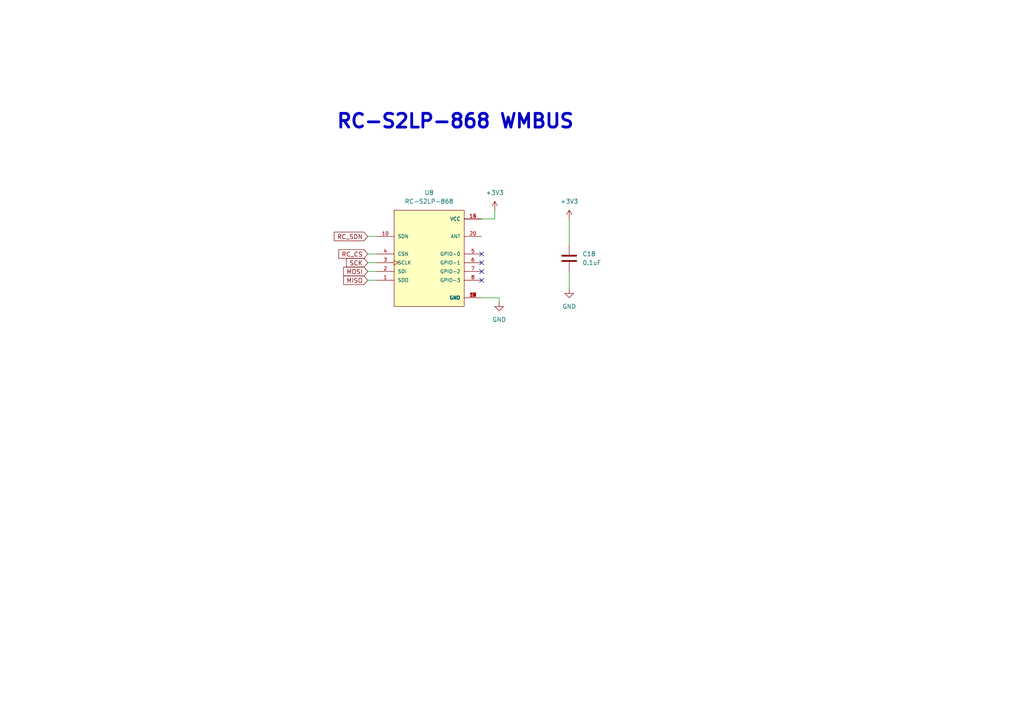
<source format=kicad_sch>
(kicad_sch
	(version 20231120)
	(generator "eeschema")
	(generator_version "8.0")
	(uuid "992ea0d1-428a-48b7-a85e-0a33a73f5599")
	(paper "A4")
	(title_block
		(title "IoT Gateway")
		(date "2024-10-15")
		(rev "v0.1.0")
		(company "Abstract Machines")
		(comment 1 "Designed By: Rodney Osodo")
		(comment 2 "Approved By: Jones Kisaka")
	)
	(lib_symbols
		(symbol "BeagleBone Capes:RC-S2LP-868"
			(pin_names
				(offset 1.016)
			)
			(exclude_from_sim no)
			(in_bom yes)
			(on_board yes)
			(property "Reference" "U"
				(at -10.16 16.002 0)
				(effects
					(font
						(size 1.27 1.27)
					)
					(justify left bottom)
				)
			)
			(property "Value" "RC-S2LP-868"
				(at -10.16 -15.24 0)
				(effects
					(font
						(size 1.27 1.27)
					)
					(justify left bottom)
				)
			)
			(property "Footprint" "RC-S2LP-868:XCVR_RC-S2LP-868"
				(at 0 0 0)
				(effects
					(font
						(size 1.27 1.27)
					)
					(justify bottom)
					(hide yes)
				)
			)
			(property "Datasheet" ""
				(at 0 0 0)
				(effects
					(font
						(size 1.27 1.27)
					)
					(hide yes)
				)
			)
			(property "Description" ""
				(at 0 0 0)
				(effects
					(font
						(size 1.27 1.27)
					)
					(hide yes)
				)
			)
			(property "DigiKey_Part_Number" "3206-RC-S2LP-868TR-ND"
				(at 0 0 0)
				(effects
					(font
						(size 1.27 1.27)
					)
					(justify bottom)
					(hide yes)
				)
			)
			(property "SnapEDA_Link" "https://www.snapeda.com/parts/RC-S2LP-868/Radio+Controlli/view-part/?ref=snap"
				(at 0 0 0)
				(effects
					(font
						(size 1.27 1.27)
					)
					(justify bottom)
					(hide yes)
				)
			)
			(property "MAXIMUM_PACKAGE_HEIGHT" "3.3mm"
				(at 0 0 0)
				(effects
					(font
						(size 1.27 1.27)
					)
					(justify bottom)
					(hide yes)
				)
			)
			(property "Package" "Package"
				(at 0 0 0)
				(effects
					(font
						(size 1.27 1.27)
					)
					(justify bottom)
					(hide yes)
				)
			)
			(property "Check_prices" "https://www.snapeda.com/parts/RC-S2LP-868/Radio+Controlli/view-part/?ref=eda"
				(at 0 0 0)
				(effects
					(font
						(size 1.27 1.27)
					)
					(justify bottom)
					(hide yes)
				)
			)
			(property "STANDARD" "Manufacturer Recommendations"
				(at 0 0 0)
				(effects
					(font
						(size 1.27 1.27)
					)
					(justify bottom)
					(hide yes)
				)
			)
			(property "PARTREV" "1.6"
				(at 0 0 0)
				(effects
					(font
						(size 1.27 1.27)
					)
					(justify bottom)
					(hide yes)
				)
			)
			(property "MF" "Radio Controlli"
				(at 0 0 0)
				(effects
					(font
						(size 1.27 1.27)
					)
					(justify bottom)
					(hide yes)
				)
			)
			(property "MP" "RC-S2LP-868"
				(at 0 0 0)
				(effects
					(font
						(size 1.27 1.27)
					)
					(justify bottom)
					(hide yes)
				)
			)
			(property "Description_1" "\n                        \n                            802.15.4 6LoWPAN Transceiver Module 868MHz Antenna Not Included, U.FL Surface Mount\n                        \n"
				(at 0 0 0)
				(effects
					(font
						(size 1.27 1.27)
					)
					(justify bottom)
					(hide yes)
				)
			)
			(property "MANUFACTURER" "Radio Controlli"
				(at 0 0 0)
				(effects
					(font
						(size 1.27 1.27)
					)
					(justify bottom)
					(hide yes)
				)
			)
			(symbol "RC-S2LP-868_0_0"
				(rectangle
					(start -10.16 -12.7)
					(end 10.16 15.24)
					(stroke
						(width 0.1524)
						(type default)
					)
					(fill
						(type background)
					)
				)
				(pin output line
					(at -15.24 -5.08 0)
					(length 5.08)
					(name "SDO"
						(effects
							(font
								(size 1.016 1.016)
							)
						)
					)
					(number "1"
						(effects
							(font
								(size 1.016 1.016)
							)
						)
					)
				)
				(pin input line
					(at -15.24 7.62 0)
					(length 5.08)
					(name "SDN"
						(effects
							(font
								(size 1.016 1.016)
							)
						)
					)
					(number "10"
						(effects
							(font
								(size 1.016 1.016)
							)
						)
					)
				)
				(pin power_in line
					(at 15.24 -10.16 180)
					(length 5.08)
					(name "GND"
						(effects
							(font
								(size 1.016 1.016)
							)
						)
					)
					(number "11"
						(effects
							(font
								(size 1.016 1.016)
							)
						)
					)
				)
				(pin power_in line
					(at 15.24 -10.16 180)
					(length 5.08)
					(name "GND"
						(effects
							(font
								(size 1.016 1.016)
							)
						)
					)
					(number "12"
						(effects
							(font
								(size 1.016 1.016)
							)
						)
					)
				)
				(pin power_in line
					(at 15.24 12.7 180)
					(length 5.08)
					(name "VCC"
						(effects
							(font
								(size 1.016 1.016)
							)
						)
					)
					(number "13"
						(effects
							(font
								(size 1.016 1.016)
							)
						)
					)
				)
				(pin power_in line
					(at 15.24 12.7 180)
					(length 5.08)
					(name "VCC"
						(effects
							(font
								(size 1.016 1.016)
							)
						)
					)
					(number "14"
						(effects
							(font
								(size 1.016 1.016)
							)
						)
					)
				)
				(pin power_in line
					(at 15.24 -10.16 180)
					(length 5.08)
					(name "GND"
						(effects
							(font
								(size 1.016 1.016)
							)
						)
					)
					(number "15"
						(effects
							(font
								(size 1.016 1.016)
							)
						)
					)
				)
				(pin power_in line
					(at 15.24 -10.16 180)
					(length 5.08)
					(name "GND"
						(effects
							(font
								(size 1.016 1.016)
							)
						)
					)
					(number "16"
						(effects
							(font
								(size 1.016 1.016)
							)
						)
					)
				)
				(pin power_in line
					(at 15.24 -10.16 180)
					(length 5.08)
					(name "GND"
						(effects
							(font
								(size 1.016 1.016)
							)
						)
					)
					(number "17"
						(effects
							(font
								(size 1.016 1.016)
							)
						)
					)
				)
				(pin power_in line
					(at 15.24 -10.16 180)
					(length 5.08)
					(name "GND"
						(effects
							(font
								(size 1.016 1.016)
							)
						)
					)
					(number "18"
						(effects
							(font
								(size 1.016 1.016)
							)
						)
					)
				)
				(pin power_in line
					(at 15.24 -10.16 180)
					(length 5.08)
					(name "GND"
						(effects
							(font
								(size 1.016 1.016)
							)
						)
					)
					(number "19"
						(effects
							(font
								(size 1.016 1.016)
							)
						)
					)
				)
				(pin input line
					(at -15.24 -2.54 0)
					(length 5.08)
					(name "SDI"
						(effects
							(font
								(size 1.016 1.016)
							)
						)
					)
					(number "2"
						(effects
							(font
								(size 1.016 1.016)
							)
						)
					)
				)
				(pin bidirectional line
					(at 15.24 7.62 180)
					(length 5.08)
					(name "ANT"
						(effects
							(font
								(size 1.016 1.016)
							)
						)
					)
					(number "20"
						(effects
							(font
								(size 1.016 1.016)
							)
						)
					)
				)
				(pin power_in line
					(at 15.24 -10.16 180)
					(length 5.08)
					(name "GND"
						(effects
							(font
								(size 1.016 1.016)
							)
						)
					)
					(number "21"
						(effects
							(font
								(size 1.016 1.016)
							)
						)
					)
				)
				(pin input clock
					(at -15.24 0 0)
					(length 5.08)
					(name "SCLK"
						(effects
							(font
								(size 1.016 1.016)
							)
						)
					)
					(number "3"
						(effects
							(font
								(size 1.016 1.016)
							)
						)
					)
				)
				(pin input line
					(at -15.24 2.54 0)
					(length 5.08)
					(name "CSN"
						(effects
							(font
								(size 1.016 1.016)
							)
						)
					)
					(number "4"
						(effects
							(font
								(size 1.016 1.016)
							)
						)
					)
				)
				(pin bidirectional line
					(at 15.24 2.54 180)
					(length 5.08)
					(name "GPIO-0"
						(effects
							(font
								(size 1.016 1.016)
							)
						)
					)
					(number "5"
						(effects
							(font
								(size 1.016 1.016)
							)
						)
					)
				)
				(pin bidirectional line
					(at 15.24 0 180)
					(length 5.08)
					(name "GPIO-1"
						(effects
							(font
								(size 1.016 1.016)
							)
						)
					)
					(number "6"
						(effects
							(font
								(size 1.016 1.016)
							)
						)
					)
				)
				(pin bidirectional line
					(at 15.24 -2.54 180)
					(length 5.08)
					(name "GPIO-2"
						(effects
							(font
								(size 1.016 1.016)
							)
						)
					)
					(number "7"
						(effects
							(font
								(size 1.016 1.016)
							)
						)
					)
				)
				(pin bidirectional line
					(at 15.24 -5.08 180)
					(length 5.08)
					(name "GPIO-3"
						(effects
							(font
								(size 1.016 1.016)
							)
						)
					)
					(number "8"
						(effects
							(font
								(size 1.016 1.016)
							)
						)
					)
				)
				(pin power_in line
					(at 15.24 -10.16 180)
					(length 5.08)
					(name "GND"
						(effects
							(font
								(size 1.016 1.016)
							)
						)
					)
					(number "9"
						(effects
							(font
								(size 1.016 1.016)
							)
						)
					)
				)
			)
		)
		(symbol "Device:C"
			(pin_numbers hide)
			(pin_names
				(offset 0.254)
			)
			(exclude_from_sim no)
			(in_bom yes)
			(on_board yes)
			(property "Reference" "C"
				(at 0.635 2.54 0)
				(effects
					(font
						(size 1.27 1.27)
					)
					(justify left)
				)
			)
			(property "Value" "C"
				(at 0.635 -2.54 0)
				(effects
					(font
						(size 1.27 1.27)
					)
					(justify left)
				)
			)
			(property "Footprint" ""
				(at 0.9652 -3.81 0)
				(effects
					(font
						(size 1.27 1.27)
					)
					(hide yes)
				)
			)
			(property "Datasheet" "~"
				(at 0 0 0)
				(effects
					(font
						(size 1.27 1.27)
					)
					(hide yes)
				)
			)
			(property "Description" "Unpolarized capacitor"
				(at 0 0 0)
				(effects
					(font
						(size 1.27 1.27)
					)
					(hide yes)
				)
			)
			(property "ki_keywords" "cap capacitor"
				(at 0 0 0)
				(effects
					(font
						(size 1.27 1.27)
					)
					(hide yes)
				)
			)
			(property "ki_fp_filters" "C_*"
				(at 0 0 0)
				(effects
					(font
						(size 1.27 1.27)
					)
					(hide yes)
				)
			)
			(symbol "C_0_1"
				(polyline
					(pts
						(xy -2.032 -0.762) (xy 2.032 -0.762)
					)
					(stroke
						(width 0.508)
						(type default)
					)
					(fill
						(type none)
					)
				)
				(polyline
					(pts
						(xy -2.032 0.762) (xy 2.032 0.762)
					)
					(stroke
						(width 0.508)
						(type default)
					)
					(fill
						(type none)
					)
				)
			)
			(symbol "C_1_1"
				(pin passive line
					(at 0 3.81 270)
					(length 2.794)
					(name "~"
						(effects
							(font
								(size 1.27 1.27)
							)
						)
					)
					(number "1"
						(effects
							(font
								(size 1.27 1.27)
							)
						)
					)
				)
				(pin passive line
					(at 0 -3.81 90)
					(length 2.794)
					(name "~"
						(effects
							(font
								(size 1.27 1.27)
							)
						)
					)
					(number "2"
						(effects
							(font
								(size 1.27 1.27)
							)
						)
					)
				)
			)
		)
		(symbol "power:+3V3"
			(power)
			(pin_numbers hide)
			(pin_names
				(offset 0) hide)
			(exclude_from_sim no)
			(in_bom yes)
			(on_board yes)
			(property "Reference" "#PWR"
				(at 0 -3.81 0)
				(effects
					(font
						(size 1.27 1.27)
					)
					(hide yes)
				)
			)
			(property "Value" "+3V3"
				(at 0 3.556 0)
				(effects
					(font
						(size 1.27 1.27)
					)
				)
			)
			(property "Footprint" ""
				(at 0 0 0)
				(effects
					(font
						(size 1.27 1.27)
					)
					(hide yes)
				)
			)
			(property "Datasheet" ""
				(at 0 0 0)
				(effects
					(font
						(size 1.27 1.27)
					)
					(hide yes)
				)
			)
			(property "Description" "Power symbol creates a global label with name \"+3V3\""
				(at 0 0 0)
				(effects
					(font
						(size 1.27 1.27)
					)
					(hide yes)
				)
			)
			(property "ki_keywords" "global power"
				(at 0 0 0)
				(effects
					(font
						(size 1.27 1.27)
					)
					(hide yes)
				)
			)
			(symbol "+3V3_0_1"
				(polyline
					(pts
						(xy -0.762 1.27) (xy 0 2.54)
					)
					(stroke
						(width 0)
						(type default)
					)
					(fill
						(type none)
					)
				)
				(polyline
					(pts
						(xy 0 0) (xy 0 2.54)
					)
					(stroke
						(width 0)
						(type default)
					)
					(fill
						(type none)
					)
				)
				(polyline
					(pts
						(xy 0 2.54) (xy 0.762 1.27)
					)
					(stroke
						(width 0)
						(type default)
					)
					(fill
						(type none)
					)
				)
			)
			(symbol "+3V3_1_1"
				(pin power_in line
					(at 0 0 90)
					(length 0)
					(name "~"
						(effects
							(font
								(size 1.27 1.27)
							)
						)
					)
					(number "1"
						(effects
							(font
								(size 1.27 1.27)
							)
						)
					)
				)
			)
		)
		(symbol "power:GND"
			(power)
			(pin_numbers hide)
			(pin_names
				(offset 0) hide)
			(exclude_from_sim no)
			(in_bom yes)
			(on_board yes)
			(property "Reference" "#PWR"
				(at 0 -6.35 0)
				(effects
					(font
						(size 1.27 1.27)
					)
					(hide yes)
				)
			)
			(property "Value" "GND"
				(at 0 -3.81 0)
				(effects
					(font
						(size 1.27 1.27)
					)
				)
			)
			(property "Footprint" ""
				(at 0 0 0)
				(effects
					(font
						(size 1.27 1.27)
					)
					(hide yes)
				)
			)
			(property "Datasheet" ""
				(at 0 0 0)
				(effects
					(font
						(size 1.27 1.27)
					)
					(hide yes)
				)
			)
			(property "Description" "Power symbol creates a global label with name \"GND\" , ground"
				(at 0 0 0)
				(effects
					(font
						(size 1.27 1.27)
					)
					(hide yes)
				)
			)
			(property "ki_keywords" "global power"
				(at 0 0 0)
				(effects
					(font
						(size 1.27 1.27)
					)
					(hide yes)
				)
			)
			(symbol "GND_0_1"
				(polyline
					(pts
						(xy 0 0) (xy 0 -1.27) (xy 1.27 -1.27) (xy 0 -2.54) (xy -1.27 -1.27) (xy 0 -1.27)
					)
					(stroke
						(width 0)
						(type default)
					)
					(fill
						(type none)
					)
				)
			)
			(symbol "GND_1_1"
				(pin power_in line
					(at 0 0 270)
					(length 0)
					(name "~"
						(effects
							(font
								(size 1.27 1.27)
							)
						)
					)
					(number "1"
						(effects
							(font
								(size 1.27 1.27)
							)
						)
					)
				)
			)
		)
	)
	(no_connect
		(at 139.7 73.66)
		(uuid "078e8c93-4f1e-4787-a45c-f88101622302")
	)
	(no_connect
		(at 139.7 76.2)
		(uuid "873a2ca5-2ca7-420e-8bea-15d985ee641b")
	)
	(no_connect
		(at 139.7 81.28)
		(uuid "98faa6e7-279a-44f9-9a36-38888c398ae6")
	)
	(no_connect
		(at 139.7 78.74)
		(uuid "f2b4c428-525b-449f-9eb4-11b431db8a67")
	)
	(wire
		(pts
			(xy 139.7 86.36) (xy 144.78 86.36)
		)
		(stroke
			(width 0)
			(type default)
		)
		(uuid "144ee453-a595-420a-bbe8-b920c9a78701")
	)
	(wire
		(pts
			(xy 106.68 78.74) (xy 109.22 78.74)
		)
		(stroke
			(width 0)
			(type default)
		)
		(uuid "1c94b662-4fb3-4831-9229-d22db5226bfe")
	)
	(wire
		(pts
			(xy 106.68 73.66) (xy 109.22 73.66)
		)
		(stroke
			(width 0)
			(type default)
		)
		(uuid "1e666a6b-d02a-4db3-85ce-cb970d970113")
	)
	(wire
		(pts
			(xy 143.51 63.5) (xy 139.7 63.5)
		)
		(stroke
			(width 0)
			(type default)
		)
		(uuid "2062c333-081c-4fff-b866-9a268181ceef")
	)
	(wire
		(pts
			(xy 165.1 63.5) (xy 165.1 71.12)
		)
		(stroke
			(width 0)
			(type default)
		)
		(uuid "2c294bc6-7efc-4d25-b658-322e8c238106")
	)
	(wire
		(pts
			(xy 165.1 78.74) (xy 165.1 83.82)
		)
		(stroke
			(width 0)
			(type default)
		)
		(uuid "777c0a7a-1d9f-46cb-a4b9-7a2d84584e91")
	)
	(wire
		(pts
			(xy 143.51 60.96) (xy 143.51 63.5)
		)
		(stroke
			(width 0)
			(type default)
		)
		(uuid "a363b98c-45d3-4e55-94b3-5d346167040b")
	)
	(wire
		(pts
			(xy 106.68 76.2) (xy 109.22 76.2)
		)
		(stroke
			(width 0)
			(type default)
		)
		(uuid "b29eacaa-73ee-46fe-b8a5-32c7ecbe8363")
	)
	(wire
		(pts
			(xy 106.68 68.58) (xy 109.22 68.58)
		)
		(stroke
			(width 0)
			(type default)
		)
		(uuid "baa84e32-9e11-459b-bd4a-9ef7bb27f1dd")
	)
	(wire
		(pts
			(xy 144.78 86.36) (xy 144.78 87.63)
		)
		(stroke
			(width 0)
			(type default)
		)
		(uuid "d00c803a-1e39-4d47-82ef-6d2620ad290e")
	)
	(wire
		(pts
			(xy 106.68 81.28) (xy 109.22 81.28)
		)
		(stroke
			(width 0)
			(type default)
		)
		(uuid "e48dfbfb-172a-4a1a-a3c1-a31fdb93c147")
	)
	(text "RC-S2LP-868 WMBUS "
		(exclude_from_sim no)
		(at 133.604 35.306 0)
		(effects
			(font
				(size 4 4)
				(thickness 0.8)
				(bold yes)
			)
		)
		(uuid "c2bd8037-50b9-419b-8387-64108b46353d")
	)
	(global_label "MISO"
		(shape input)
		(at 106.68 81.28 180)
		(fields_autoplaced yes)
		(effects
			(font
				(size 1.27 1.27)
			)
			(justify right)
		)
		(uuid "0da671ff-0c7b-4988-bf10-543bbfee53e5")
		(property "Intersheetrefs" "${INTERSHEET_REFS}"
			(at 99.0986 81.28 0)
			(effects
				(font
					(size 1.27 1.27)
				)
				(justify right)
				(hide yes)
			)
		)
	)
	(global_label "RC_CS"
		(shape input)
		(at 106.68 73.66 180)
		(fields_autoplaced yes)
		(effects
			(font
				(size 1.27 1.27)
			)
			(justify right)
		)
		(uuid "2486c06d-9534-433f-bf3f-f255c91a0c8d")
		(property "Intersheetrefs" "${INTERSHEET_REFS}"
			(at 97.7077 73.66 0)
			(effects
				(font
					(size 1.27 1.27)
				)
				(justify right)
				(hide yes)
			)
		)
	)
	(global_label "MOSI"
		(shape input)
		(at 106.68 78.74 180)
		(fields_autoplaced yes)
		(effects
			(font
				(size 1.27 1.27)
			)
			(justify right)
		)
		(uuid "72f9dfe3-091a-4d89-8eee-e916d5b3aa1d")
		(property "Intersheetrefs" "${INTERSHEET_REFS}"
			(at 99.0986 78.74 0)
			(effects
				(font
					(size 1.27 1.27)
				)
				(justify right)
				(hide yes)
			)
		)
	)
	(global_label "RC_SDN"
		(shape input)
		(at 106.68 68.58 180)
		(fields_autoplaced yes)
		(effects
			(font
				(size 1.27 1.27)
			)
			(justify right)
		)
		(uuid "864c0682-3fc3-4f19-9738-7cc26f34d2a1")
		(property "Intersheetrefs" "${INTERSHEET_REFS}"
			(at 96.3772 68.58 0)
			(effects
				(font
					(size 1.27 1.27)
				)
				(justify right)
				(hide yes)
			)
		)
	)
	(global_label "SCK"
		(shape input)
		(at 106.68 76.2 180)
		(fields_autoplaced yes)
		(effects
			(font
				(size 1.27 1.27)
			)
			(justify right)
		)
		(uuid "b9153802-bca4-4c04-a386-5fd7de22ce31")
		(property "Intersheetrefs" "${INTERSHEET_REFS}"
			(at 99.9453 76.2 0)
			(effects
				(font
					(size 1.27 1.27)
				)
				(justify right)
				(hide yes)
			)
		)
	)
	(symbol
		(lib_id "power:GND")
		(at 144.78 87.63 0)
		(unit 1)
		(exclude_from_sim no)
		(in_bom yes)
		(on_board yes)
		(dnp no)
		(fields_autoplaced yes)
		(uuid "05dc92df-97a8-45a2-9172-e8cb9e6c8f3c")
		(property "Reference" "#PWR070"
			(at 144.78 93.98 0)
			(effects
				(font
					(size 1.27 1.27)
				)
				(hide yes)
			)
		)
		(property "Value" "GND"
			(at 144.78 92.71 0)
			(effects
				(font
					(size 1.27 1.27)
				)
			)
		)
		(property "Footprint" ""
			(at 144.78 87.63 0)
			(effects
				(font
					(size 1.27 1.27)
				)
				(hide yes)
			)
		)
		(property "Datasheet" ""
			(at 144.78 87.63 0)
			(effects
				(font
					(size 1.27 1.27)
				)
				(hide yes)
			)
		)
		(property "Description" "Power symbol creates a global label with name \"GND\" , ground"
			(at 144.78 87.63 0)
			(effects
				(font
					(size 1.27 1.27)
				)
				(hide yes)
			)
		)
		(pin "1"
			(uuid "a835863b-5461-4d60-a2a9-01c2dd6c3921")
		)
		(instances
			(project "s0"
				(path "/9e4c0f80-14bc-451b-8b05-b2f0d1a90e15/3bbb84ad-503a-4b2d-9543-6ed81c985ce9"
					(reference "#PWR070")
					(unit 1)
				)
			)
		)
	)
	(symbol
		(lib_id "power:+3V3")
		(at 165.1 63.5 0)
		(unit 1)
		(exclude_from_sim no)
		(in_bom yes)
		(on_board yes)
		(dnp no)
		(fields_autoplaced yes)
		(uuid "0da4ab67-b2e8-47f3-9290-2e655c122b34")
		(property "Reference" "#PWR071"
			(at 165.1 67.31 0)
			(effects
				(font
					(size 1.27 1.27)
				)
				(hide yes)
			)
		)
		(property "Value" "+3V3"
			(at 165.1 58.42 0)
			(effects
				(font
					(size 1.27 1.27)
				)
			)
		)
		(property "Footprint" ""
			(at 165.1 63.5 0)
			(effects
				(font
					(size 1.27 1.27)
				)
				(hide yes)
			)
		)
		(property "Datasheet" ""
			(at 165.1 63.5 0)
			(effects
				(font
					(size 1.27 1.27)
				)
				(hide yes)
			)
		)
		(property "Description" "Power symbol creates a global label with name \"+3V3\""
			(at 165.1 63.5 0)
			(effects
				(font
					(size 1.27 1.27)
				)
				(hide yes)
			)
		)
		(pin "1"
			(uuid "f099b9f7-0240-4373-9926-f6d2cfa3c09a")
		)
		(instances
			(project "s0"
				(path "/9e4c0f80-14bc-451b-8b05-b2f0d1a90e15/3bbb84ad-503a-4b2d-9543-6ed81c985ce9"
					(reference "#PWR071")
					(unit 1)
				)
			)
		)
	)
	(symbol
		(lib_id "BeagleBone Capes:RC-S2LP-868")
		(at 124.46 76.2 0)
		(unit 1)
		(exclude_from_sim no)
		(in_bom yes)
		(on_board yes)
		(dnp no)
		(fields_autoplaced yes)
		(uuid "6bf202c3-1fe5-4f29-8371-5479c0e6b892")
		(property "Reference" "U8"
			(at 124.46 55.88 0)
			(effects
				(font
					(size 1.27 1.27)
				)
			)
		)
		(property "Value" "RC-S2LP-868"
			(at 124.46 58.42 0)
			(effects
				(font
					(size 1.27 1.27)
				)
			)
		)
		(property "Footprint" "modules:XCVR_RC-S2LP-868"
			(at 124.46 76.2 0)
			(effects
				(font
					(size 1.27 1.27)
				)
				(justify bottom)
				(hide yes)
			)
		)
		(property "Datasheet" ""
			(at 124.46 76.2 0)
			(effects
				(font
					(size 1.27 1.27)
				)
				(hide yes)
			)
		)
		(property "Description" ""
			(at 124.46 76.2 0)
			(effects
				(font
					(size 1.27 1.27)
				)
				(hide yes)
			)
		)
		(property "DigiKey_Part_Number" "3206-RC-S2LP-868TR-ND"
			(at 124.46 76.2 0)
			(effects
				(font
					(size 1.27 1.27)
				)
				(justify bottom)
				(hide yes)
			)
		)
		(property "SnapEDA_Link" "https://www.snapeda.com/parts/RC-S2LP-868/Radio+Controlli/view-part/?ref=snap"
			(at 124.46 76.2 0)
			(effects
				(font
					(size 1.27 1.27)
				)
				(justify bottom)
				(hide yes)
			)
		)
		(property "MAXIMUM_PACKAGE_HEIGHT" "3.3mm"
			(at 124.46 76.2 0)
			(effects
				(font
					(size 1.27 1.27)
				)
				(justify bottom)
				(hide yes)
			)
		)
		(property "Package" "Package"
			(at 124.46 76.2 0)
			(effects
				(font
					(size 1.27 1.27)
				)
				(justify bottom)
				(hide yes)
			)
		)
		(property "Check_prices" "https://www.snapeda.com/parts/RC-S2LP-868/Radio+Controlli/view-part/?ref=eda"
			(at 124.46 76.2 0)
			(effects
				(font
					(size 1.27 1.27)
				)
				(justify bottom)
				(hide yes)
			)
		)
		(property "STANDARD" "Manufacturer Recommendations"
			(at 124.46 76.2 0)
			(effects
				(font
					(size 1.27 1.27)
				)
				(justify bottom)
				(hide yes)
			)
		)
		(property "PARTREV" "1.6"
			(at 124.46 76.2 0)
			(effects
				(font
					(size 1.27 1.27)
				)
				(justify bottom)
				(hide yes)
			)
		)
		(property "MF" "Radio Controlli"
			(at 124.46 76.2 0)
			(effects
				(font
					(size 1.27 1.27)
				)
				(justify bottom)
				(hide yes)
			)
		)
		(property "MP" "RC-S2LP-868"
			(at 124.46 76.2 0)
			(effects
				(font
					(size 1.27 1.27)
				)
				(justify bottom)
				(hide yes)
			)
		)
		(property "Description_1" "\n                        \n                            802.15.4 6LoWPAN Transceiver Module 868MHz Antenna Not Included, U.FL Surface Mount\n                        \n"
			(at 124.46 76.2 0)
			(effects
				(font
					(size 1.27 1.27)
				)
				(justify bottom)
				(hide yes)
			)
		)
		(property "MANUFACTURER" "Radio Controlli"
			(at 124.46 76.2 0)
			(effects
				(font
					(size 1.27 1.27)
				)
				(justify bottom)
				(hide yes)
			)
		)
		(pin "19"
			(uuid "1d5c42a2-5682-4f0c-96cc-1acd60f00035")
		)
		(pin "21"
			(uuid "98421f50-1729-458e-b804-84e2cb78d1e1")
		)
		(pin "1"
			(uuid "dba4e9ac-4b2c-4787-b2de-76339dcc73c2")
		)
		(pin "8"
			(uuid "e37bd996-29cc-49a8-9a04-bbf1fc8fcfd3")
		)
		(pin "12"
			(uuid "ef4c5fc2-ecf6-44e5-b99c-9e22949ba628")
		)
		(pin "4"
			(uuid "1026d29b-5920-4da5-9e58-4d3c5727cdf4")
		)
		(pin "2"
			(uuid "d763ca06-f076-4079-b658-45070aa4ed16")
		)
		(pin "17"
			(uuid "7943c084-77c3-4b23-ad48-7a2288aa3638")
		)
		(pin "9"
			(uuid "17a74b33-f3e0-4937-9c53-d7e602657fc3")
		)
		(pin "11"
			(uuid "07a00a3d-d15a-4adf-b69b-34618b740070")
		)
		(pin "13"
			(uuid "37cb7a9f-a639-44f9-82c5-ce1adbe5a1db")
		)
		(pin "15"
			(uuid "1deec2a1-37e3-4561-994f-fb38776f4eb4")
		)
		(pin "20"
			(uuid "3141028e-90ef-448d-aa82-59c574ece705")
		)
		(pin "16"
			(uuid "bd4e48f4-47f6-45bc-a736-3841084104db")
		)
		(pin "18"
			(uuid "914284d0-4321-4e0b-9a9b-0281ce993e18")
		)
		(pin "14"
			(uuid "20e0f320-eecc-4482-a91a-33648ece80a1")
		)
		(pin "7"
			(uuid "cf9665c3-0011-44a2-969f-26d4efaf414e")
		)
		(pin "3"
			(uuid "d62506e8-cbd6-4e7b-84c4-c5c04029a689")
		)
		(pin "5"
			(uuid "e2324b45-7519-4c35-87bc-7f08bfb276dd")
		)
		(pin "6"
			(uuid "c0516be6-d50c-4a8c-a67c-89374e3d3c04")
		)
		(pin "10"
			(uuid "2039fc0d-7222-49aa-b0b7-d7443e4de4d3")
		)
		(instances
			(project ""
				(path "/9e4c0f80-14bc-451b-8b05-b2f0d1a90e15/3bbb84ad-503a-4b2d-9543-6ed81c985ce9"
					(reference "U8")
					(unit 1)
				)
			)
		)
	)
	(symbol
		(lib_id "power:GND")
		(at 165.1 83.82 0)
		(unit 1)
		(exclude_from_sim no)
		(in_bom yes)
		(on_board yes)
		(dnp no)
		(fields_autoplaced yes)
		(uuid "b19bc65f-fa56-484d-8653-c705e34106a9")
		(property "Reference" "#PWR072"
			(at 165.1 90.17 0)
			(effects
				(font
					(size 1.27 1.27)
				)
				(hide yes)
			)
		)
		(property "Value" "GND"
			(at 165.1 88.9 0)
			(effects
				(font
					(size 1.27 1.27)
				)
			)
		)
		(property "Footprint" ""
			(at 165.1 83.82 0)
			(effects
				(font
					(size 1.27 1.27)
				)
				(hide yes)
			)
		)
		(property "Datasheet" ""
			(at 165.1 83.82 0)
			(effects
				(font
					(size 1.27 1.27)
				)
				(hide yes)
			)
		)
		(property "Description" "Power symbol creates a global label with name \"GND\" , ground"
			(at 165.1 83.82 0)
			(effects
				(font
					(size 1.27 1.27)
				)
				(hide yes)
			)
		)
		(pin "1"
			(uuid "377a921b-b208-4970-853b-750b6ab5cacc")
		)
		(instances
			(project "s0"
				(path "/9e4c0f80-14bc-451b-8b05-b2f0d1a90e15/3bbb84ad-503a-4b2d-9543-6ed81c985ce9"
					(reference "#PWR072")
					(unit 1)
				)
			)
		)
	)
	(symbol
		(lib_id "power:+3V3")
		(at 143.51 60.96 0)
		(unit 1)
		(exclude_from_sim no)
		(in_bom yes)
		(on_board yes)
		(dnp no)
		(fields_autoplaced yes)
		(uuid "caca6e4a-58eb-4140-b85f-c29c060b408d")
		(property "Reference" "#PWR069"
			(at 143.51 64.77 0)
			(effects
				(font
					(size 1.27 1.27)
				)
				(hide yes)
			)
		)
		(property "Value" "+3V3"
			(at 143.51 55.88 0)
			(effects
				(font
					(size 1.27 1.27)
				)
			)
		)
		(property "Footprint" ""
			(at 143.51 60.96 0)
			(effects
				(font
					(size 1.27 1.27)
				)
				(hide yes)
			)
		)
		(property "Datasheet" ""
			(at 143.51 60.96 0)
			(effects
				(font
					(size 1.27 1.27)
				)
				(hide yes)
			)
		)
		(property "Description" "Power symbol creates a global label with name \"+3V3\""
			(at 143.51 60.96 0)
			(effects
				(font
					(size 1.27 1.27)
				)
				(hide yes)
			)
		)
		(pin "1"
			(uuid "58200df7-858a-497d-8546-c85479a7ab74")
		)
		(instances
			(project "s0"
				(path "/9e4c0f80-14bc-451b-8b05-b2f0d1a90e15/3bbb84ad-503a-4b2d-9543-6ed81c985ce9"
					(reference "#PWR069")
					(unit 1)
				)
			)
		)
	)
	(symbol
		(lib_id "Device:C")
		(at 165.1 74.93 0)
		(unit 1)
		(exclude_from_sim no)
		(in_bom yes)
		(on_board yes)
		(dnp no)
		(fields_autoplaced yes)
		(uuid "d63c6e8a-55aa-4c15-85b8-4c90a4d00c76")
		(property "Reference" "C18"
			(at 168.91 73.6599 0)
			(effects
				(font
					(size 1.27 1.27)
				)
				(justify left)
			)
		)
		(property "Value" "0.1uF"
			(at 168.91 76.1999 0)
			(effects
				(font
					(size 1.27 1.27)
				)
				(justify left)
			)
		)
		(property "Footprint" "Capacitor_SMD:C_0402_1005Metric"
			(at 166.0652 78.74 0)
			(effects
				(font
					(size 1.27 1.27)
				)
				(hide yes)
			)
		)
		(property "Datasheet" "~"
			(at 165.1 74.93 0)
			(effects
				(font
					(size 1.27 1.27)
				)
				(hide yes)
			)
		)
		(property "Description" "16V 100nF X7R ±10% 0402 Multilayer Ceramic Capacitors MLCC - SMD/SMT ROHS"
			(at 165.1 74.93 0)
			(effects
				(font
					(size 1.27 1.27)
				)
				(hide yes)
			)
		)
		(property "JLCPCB" "C1525"
			(at 165.1 74.93 0)
			(effects
				(font
					(size 1.27 1.27)
				)
				(hide yes)
			)
		)
		(property "JLC Part" ""
			(at 165.1 74.93 0)
			(effects
				(font
					(size 1.27 1.27)
				)
				(hide yes)
			)
		)
		(property "LCSC Part" ""
			(at 165.1 74.93 0)
			(effects
				(font
					(size 1.27 1.27)
				)
				(hide yes)
			)
		)
		(property "Manufacturer" ""
			(at 165.1 74.93 0)
			(effects
				(font
					(size 1.27 1.27)
				)
				(hide yes)
			)
		)
		(pin "1"
			(uuid "ae465260-f211-4aa3-a380-ff0b2dd17b6a")
		)
		(pin "2"
			(uuid "5eb5a519-863e-49a9-a8bb-271e0668e626")
		)
		(instances
			(project "s0"
				(path "/9e4c0f80-14bc-451b-8b05-b2f0d1a90e15/3bbb84ad-503a-4b2d-9543-6ed81c985ce9"
					(reference "C18")
					(unit 1)
				)
			)
		)
	)
)

</source>
